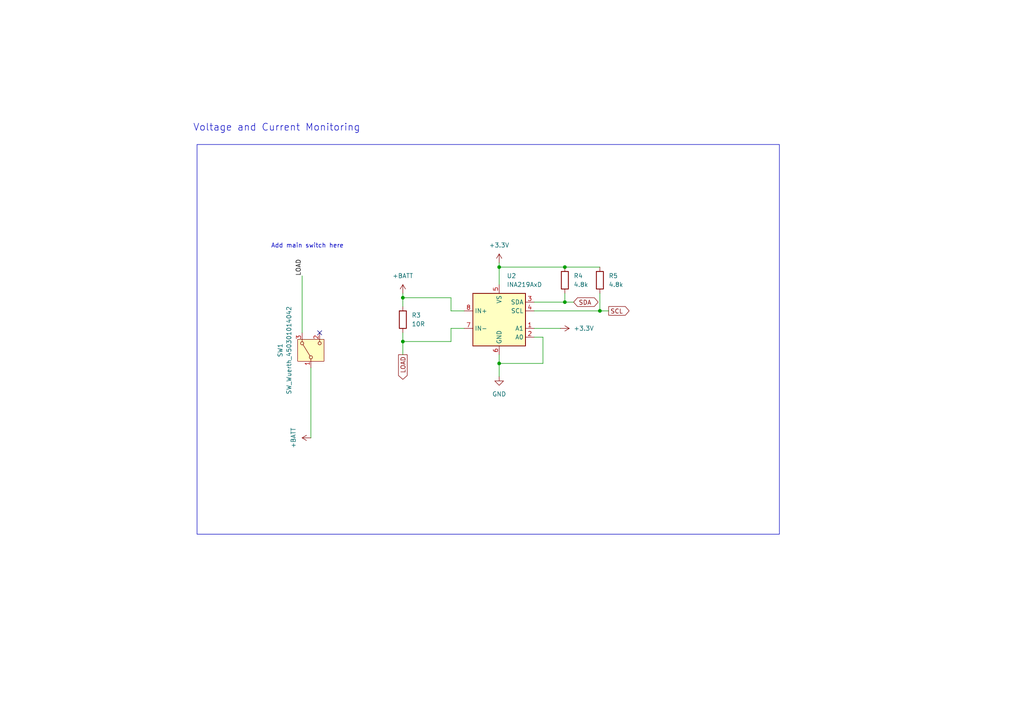
<source format=kicad_sch>
(kicad_sch (version 20231120) (generator "eeschema") (generator_version "8.0")
  (paper "A4")
  (title_block (title "Power Module") (date "2025-03-23") (rev "1") (company "University Of Cape Town") (comment 4 "Author: Khanzi Olwethu[KHNOLW003], Athenkosi Khonzani[KHNATH002]"))
  (lib_symbols
    (symbol "Device:R" (pin_numbers hide) (pin_names (offset 0))
      (property "Reference" "R" (at 2.032 0 90))
      (property "Value" "R" (at 0 0 90))
      (symbol "R_0_1"
        (rectangle (start -1.016 -2.54) (end 1.016 2.54) (stroke (width 0.254)))
      )
      (symbol "R_1_1"
        (pin passive line (at 0 3.81 270) (length 1.27) (name "~") (number "1"))
        (pin passive line (at 0 -3.81 90) (length 1.27) (name "~") (number "2"))
      )
    )
    (symbol "Sensor_Energy:INA219AxD"
      (property "Reference" "U" (at -6.35 8.89 0))
      (property "Value" "INA219AxD" (at 5.08 8.89 0))
      (symbol "INA219AxD_0_1"
        (rectangle (start -7.62 7.62) (end 7.62 -7.62) (stroke (width 0.254)) (fill (type background)))
      )
      (symbol "INA219AxD_1_1"
        (pin input line (at 10.16 -2.54 180) (length 2.54) (name "A1") (number "1"))
        (pin input line (at 10.16 -5.08 180) (length 2.54) (name "A0") (number "2"))
        (pin bidirectional line (at 10.16 5.08 180) (length 2.54) (name "SDA") (number "3"))
        (pin input line (at 10.16 2.54 180) (length 2.54) (name "SCL") (number "4"))
        (pin power_in line (at 0 10.16 270) (length 2.54) (name "VS") (number "5"))
        (pin power_in line (at 0 -10.16 90) (length 2.54) (name "GND") (number "6"))
        (pin input line (at -10.16 -2.54 0) (length 2.54) (name "IN-") (number "7"))
        (pin input line (at -10.16 2.54 0) (length 2.54) (name "IN+") (number "8"))
      )
    )
    (symbol "Switch:SW_Wuerth_450301014042" (pin_names (offset 1) hide)
      (property "Reference" "SW" (at 0 5.08 0))
      (property "Value" "SW_Wuerth_450301014042" (at 0 -5.08 0))
      (symbol "SW_Wuerth_450301014042_0_1"
        (circle (center -2.032 0) (radius 0.4572))
        (polyline (pts (xy -1.651 0.254) (xy 1.651 2.286)))
        (circle (center 2.032 -2.54) (radius 0.4572))
        (circle (center 2.032 2.54) (radius 0.4572))
      )
      (symbol "SW_Wuerth_450301014042_1_1"
        (rectangle (start -3.175 3.81) (end 3.175 -3.81) (fill (type background)))
        (pin passive line (at -5.08 0 0) (length 2.54) (name "B") (number "1"))
        (pin passive line (at 5.08 -2.54 180) (length 2.54) (name "C") (number "2"))
        (pin passive line (at 5.08 2.54 180) (length 2.54) (name "A") (number "3"))
      )
    )
    (symbol "power:+3.3V" (power) (pin_numbers hide) (pin_names (offset 0) hide)
      (property "Value" "+3.3V" (at 0 3.556 0))
      (symbol "+3.3V_0_1"
        (polyline (pts (xy -0.762 1.27) (xy 0 2.54)))
        (polyline (pts (xy 0 0) (xy 0 2.54)))
        (polyline (pts (xy 0 2.54) (xy 0.762 1.27)))
      )
      (symbol "+3.3V_1_1"
        (pin power_in line (at 0 0 90) (length 0) (name "~") (number "1"))
      )
    )
    (symbol "power:+BATT" (power) (pin_numbers hide) (pin_names (offset 0) hide)
      (property "Value" "+BATT" (at 0 3.556 0))
      (symbol "+BATT_0_1"
        (polyline (pts (xy -0.762 1.27) (xy 0 2.54)))
        (polyline (pts (xy 0 0) (xy 0 2.54)))
        (polyline (pts (xy 0 2.54) (xy 0.762 1.27)))
      )
      (symbol "+BATT_1_1"
        (pin power_in line (at 0 0 90) (length 0) (name "~") (number "1"))
      )
    )
    (symbol "power:GND" (power) (pin_numbers hide) (pin_names (offset 0) hide)
      (property "Value" "GND" (at 0 -3.81 0))
      (symbol "GND_0_1"
        (polyline (pts (xy 0 0) (xy 0 -1.27) (xy 1.27 -1.27) (xy 0 -2.54) (xy -1.27 -1.27) (xy 0 -1.27)))
      )
      (symbol "GND_1_1"
        (pin power_in line (at 0 0 270) (length 0) (name "~") (number "1"))
      )
    )
  )
  (junction (at 163.83 87.63))
  (junction (at 116.84 99.06))
  (junction (at 144.78 105.41))
  (junction (at 173.99 90.17))
  (junction (at 144.78 77.47))
  (junction (at 116.84 86.36))
  (junction (at 163.83 77.47))
  (no_connect (at 92.71 96.52))
  (wire (pts (xy 116.84 99.06) (xy 130.81 99.06)))
  (wire (pts (xy 116.84 85.09) (xy 116.84 86.36)))
  (wire (pts (xy 134.62 90.17) (xy 130.81 90.17)))
  (wire (pts (xy 144.78 102.87) (xy 144.78 105.41)))
  (wire (pts (xy 144.78 105.41) (xy 144.78 109.22)))
  (wire (pts (xy 130.81 86.36) (xy 116.84 86.36)))
  (wire (pts (xy 130.81 95.25) (xy 130.81 99.06)))
  (wire (pts (xy 154.94 95.25) (xy 162.56 95.25)))
  (wire (pts (xy 154.94 90.17) (xy 173.99 90.17)))
  (wire (pts (xy 173.99 90.17) (xy 176.53 90.17)))
  (wire (pts (xy 116.84 99.06) (xy 116.84 102.87)))
  (wire (pts (xy 130.81 90.17) (xy 130.81 86.36)))
  (wire (pts (xy 116.84 86.36) (xy 116.84 88.9)))
  (wire (pts (xy 90.17 127) (xy 90.17 106.68)))
  (wire (pts (xy 154.94 97.79) (xy 157.48 97.79)))
  (wire (pts (xy 173.99 85.09) (xy 173.99 90.17)))
  (wire (pts (xy 144.78 77.47) (xy 163.83 77.47)))
  (wire (pts (xy 116.84 96.52) (xy 116.84 99.06)))
  (wire (pts (xy 163.83 87.63) (xy 166.37 87.63)))
  (wire (pts (xy 163.83 87.63) (xy 154.94 87.63)))
  (wire (pts (xy 163.83 85.09) (xy 163.83 87.63)))
  (wire (pts (xy 144.78 105.41) (xy 157.48 105.41)))
  (wire (pts (xy 144.78 76.2) (xy 144.78 77.47)))
  (wire (pts (xy 163.83 77.47) (xy 173.99 77.47)))
  (wire (pts (xy 87.63 96.52) (xy 87.63 80.01)))
  (wire (pts (xy 134.62 95.25) (xy 130.81 95.25)))
  (wire (pts (xy 157.48 97.79) (xy 157.48 105.41)))
  (wire (pts (xy 144.78 77.47) (xy 144.78 82.55)))
  (rectangle (start 57.15 41.91) (end 226.06 154.94))
  (text "Voltage and Current Monitoring" (at 80.264 37.084 0) (effects (font (size 2.032 2.032))))
  (text "Add main switch here" (at 89.154 71.374 0) (effects (font (size 1.27 1.27))))
  (label "LOAD" (at 87.63 80.01 90))
  (global_label "SCL" (shape output) (at 176.53 90.17 0) (property "Intersheetrefs" "${INTERSHEET_REFS}" (effects (hide yes))))
  (global_label "SDA" (shape bidirectional) (at 166.37 87.63 0) (property "Intersheetrefs" "${INTERSHEET_REFS}" (effects (hide yes))))
  (global_label "LOAD" (shape output) (at 116.84 102.87 270) (property "Intersheetrefs" "${INTERSHEET_REFS}" (effects (hide yes))))
  (symbol (lib_id "power:+BATT") (at 116.84 85.09 0) (unit 1)
    (property "Reference" "#PWR010" (effects (hide yes)))
    (property "Value" "+BATT" (at 116.84 80.01 0))
    (property "Description" "Power symbol creates a global label with name \"+BATT\"" (effects (hide yes)))
  )
  (symbol (lib_id "power:+BATT") (at 90.17 127 90) (unit 1)
    (property "Reference" "#PWR055" (effects (hide yes)))
    (property "Value" "+BATT" (at 85.09 127 0))
    (property "Description" "Power symbol creates a global label with name \"+BATT\"" (effects (hide yes)))
  )
  (symbol (lib_id "Device:R") (at 116.84 92.71 0) (unit 1)
    (property "Reference" "R3" (at 119.38 91.4399 0) (effects (justify left)))
    (property "Value" "10R" (at 119.38 93.9799 0) (effects (justify left)))
    (property "Description" "Resistor" (effects (hide yes)))
  )
  (symbol (lib_id "power:+3.3V") (at 144.78 76.2 0) (unit 1)
    (property "Reference" "#PWR09" (effects (hide yes)))
    (property "Value" "+3.3V" (at 144.78 71.12 0))
    (property "Description" "Power symbol creates a global label with name \"+3.3V\"" (effects (hide yes)))
  )
  (symbol (lib_id "power:+3.3V") (at 162.56 95.25 270) (unit 1)
    (property "Reference" "#PWR012" (effects (hide yes)))
    (property "Value" "+3.3V" (at 166.37 95.2499 90) (effects (justify left)))
    (property "Description" "Power symbol creates a global label with name \"+3.3V\"" (effects (hide yes)))
  )
  (symbol (lib_id "power:GND") (at 144.78 109.22 0) (unit 1)
    (property "Reference" "#PWR011" (effects (hide yes)))
    (property "Value" "GND" (at 144.78 114.3 0))
    (property "Description" "Power symbol creates a global label with name \"GND\" , ground" (effects (hide yes)))
  )
  (symbol (lib_id "Device:R") (at 163.83 81.28 0) (unit 1)
    (property "Reference" "R4" (at 166.37 80.0099 0) (effects (justify left)))
    (property "Value" "4.8k" (at 166.37 82.5499 0) (effects (justify left)))
    (property "Description" "Resistor" (effects (hide yes)))
  )
  (symbol (lib_id "Switch:SW_Wuerth_450301014042") (at 90.17 101.6 90) (unit 1)
    (property "Reference" "SW1" (at 81.28 101.6 0))
    (property "Value" "SW_Wuerth_450301014042" (at 83.82 101.6 0))
    (property "Footprint" "Button_Switch_THT:SW_Slide-03_Wuerth-WS-SLTV_10x2.5x6.4_P2.54mm" (effects (hide yes)))
    (property "Datasheet" "https://www.we-online.com/components/products/datasheet/450301014042.pdf" (effects (hide yes)))
    (property "Description" "Switch slide, single pole double throw" (effects (hide yes)))
  )
  (symbol (lib_id "Sensor_Energy:INA219AxD") (at 144.78 92.71 0) (unit 1)
    (property "Reference" "U2" (at 146.9741 80.01 0) (effects (justify left)))
    (property "Value" "INA219AxD" (at 146.9741 82.55 0) (effects (justify left)))
    (property "Footprint" "Package_SO:SOIC-8_3.9x4.9mm_P1.27mm" (effects (hide yes)))
    (property "Datasheet" "http://www.ti.com/lit/ds/symlink/ina219.pdf" (effects (hide yes)))
    (property "Description" "Zero-Drift, Bidirectional Current/Power Monitor (0-26V) With I2C Interface, SOIC-8" (effects (hide yes)))
  )
  (symbol (lib_id "Device:R") (at 173.99 81.28 0) (unit 1)
    (property "Reference" "R5" (at 176.53 80.0099 0) (effects (justify left)))
    (property "Value" "4.8k" (at 176.53 82.5499 0) (effects (justify left)))
    (property "Description" "Resistor" (effects (hide yes)))
  )
)
</source>
